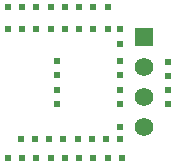
<source format=gbl>
G04 Layer: BottomLayer*
G04 EasyEDA v6.5.40, 2024-04-23 11:12:17*
G04 45372c239a9944829bc47fabed68c66d,2d5800d2cc32464ebd88bb1e24ba3ef2,10*
G04 Gerber Generator version 0.2*
G04 Scale: 100 percent, Rotated: No, Reflected: No *
G04 Dimensions in millimeters *
G04 leading zeros omitted , absolute positions ,4 integer and 5 decimal *
%FSLAX45Y45*%
%MOMM*%

%ADD10R,1.5748X1.5748*%
%ADD11C,1.5748*%
%ADD12C,0.6096*%

%LPD*%
D10*
G01*
X2070100Y9550400D03*
D11*
G01*
X2070100Y9296400D03*
G01*
X2070100Y9042400D03*
G01*
X2070100Y8788400D03*
D12*
G01*
X914400Y9613900D03*
G01*
X1035050Y9613900D03*
G01*
X1155700Y9613900D03*
G01*
X1276350Y9613900D03*
G01*
X1397000Y9613900D03*
G01*
X1517650Y9613900D03*
G01*
X1638300Y9613900D03*
G01*
X1758950Y9613900D03*
G01*
X1866900Y9613900D03*
G01*
X1866900Y8686800D03*
G01*
X1746250Y8686800D03*
G01*
X1625600Y8686800D03*
G01*
X1504950Y8686800D03*
G01*
X1384300Y8686800D03*
G01*
X1263650Y8686800D03*
G01*
X1143000Y8686800D03*
G01*
X1022350Y8686800D03*
G01*
X914400Y8521700D03*
G01*
X1035050Y8521700D03*
G01*
X1155700Y8521700D03*
G01*
X1276350Y8521700D03*
G01*
X1397000Y8521700D03*
G01*
X1517650Y8521700D03*
G01*
X1638300Y8521700D03*
G01*
X1758950Y8521700D03*
G01*
X1879600Y8521700D03*
G01*
X1866900Y9486900D03*
G01*
X1866900Y9347200D03*
G01*
X1866900Y9224441D03*
G01*
X1866900Y9101658D03*
G01*
X1866900Y8978900D03*
G01*
X1866900Y8788400D03*
G01*
X1638300Y9804400D03*
G01*
X1517650Y9804400D03*
G01*
X1397000Y9804400D03*
G01*
X1276350Y9804400D03*
G01*
X1155700Y9804400D03*
G01*
X1035050Y9804400D03*
G01*
X914400Y9804400D03*
G01*
X1333500Y8978900D03*
G01*
X1333500Y9101658D03*
G01*
X1333500Y9224441D03*
G01*
X1333500Y9347200D03*
G01*
X1765300Y9804400D03*
G01*
X2273300Y9220200D03*
G01*
X2273300Y9099550D03*
G01*
X2273300Y8978900D03*
G01*
X2273300Y9340850D03*
M02*

</source>
